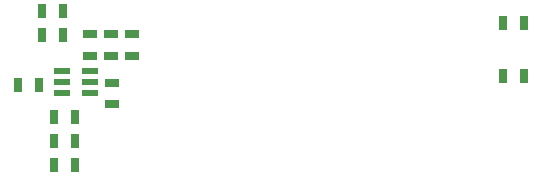
<source format=gbr>
G04 EAGLE Gerber X2 export*
%TF.Part,Single*%
%TF.FileFunction,Paste,Top*%
%TF.FilePolarity,Positive*%
%TF.GenerationSoftware,Autodesk,EAGLE,8.6.0*%
%TF.CreationDate,2018-06-26T05:58:37Z*%
G75*
%MOMM*%
%FSLAX34Y34*%
%LPD*%
%AMOC8*
5,1,8,0,0,1.08239X$1,22.5*%
G01*
%ADD10R,0.800000X1.200000*%
%ADD11R,1.473000X0.533000*%
%ADD12R,1.200000X0.800000*%


D10*
X629000Y200000D03*
X611000Y200000D03*
X629000Y155000D03*
X611000Y155000D03*
D11*
X238130Y159500D03*
X238130Y150000D03*
X238130Y140500D03*
X261870Y140500D03*
X261870Y150000D03*
X261870Y159500D03*
D10*
X200375Y147500D03*
X218375Y147500D03*
X221000Y190000D03*
X239000Y190000D03*
X221000Y210000D03*
X239000Y210000D03*
X231000Y120000D03*
X249000Y120000D03*
X231000Y100000D03*
X249000Y100000D03*
X231000Y80000D03*
X249000Y80000D03*
D12*
X261875Y190250D03*
X261875Y172250D03*
X280000Y149000D03*
X280000Y131000D03*
X296875Y172250D03*
X296875Y190250D03*
X279375Y190250D03*
X279375Y172250D03*
M02*

</source>
